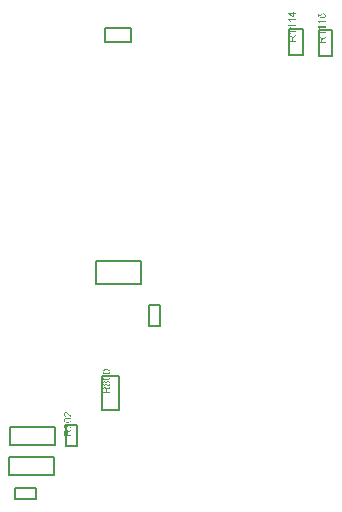
<source format=gbr>
%FSTAX23Y23*%
%MOIN*%
%SFA1B1*%

%IPPOS*%
%ADD140C,0.007874*%
%LNx98_carrier_v1r2_12082022_top_assembly-1*%
%LPD*%
G36*
X00231Y00318D02*
X00231D01*
X00231*
X00231*
X0023Y00318*
X0023Y00318*
X0023Y00319*
X00229Y00319*
X00229Y00319*
X00229*
X00229Y00319*
X00229Y00319*
X00229Y00319*
X00228Y00319*
X00228Y00319*
X00227Y0032*
X00227Y0032*
X00226Y0032*
X00226Y00321*
X00226Y00321*
X00226Y00321*
X00225Y00321*
X00225Y00321*
X00225Y00321*
X00224Y00322*
X00224Y00322*
X00223Y00323*
X00223Y00324*
X00222Y00325*
X00222Y00325*
X00222Y00325*
X00221Y00325*
X00221Y00325*
X00221Y00326*
X00221Y00326*
X0022Y00327*
X0022Y00327*
X00219Y00328*
X00218Y00329*
X00218Y00329*
X00217Y0033*
X00217Y0033*
X00216Y0033*
X00216Y0033*
X00216Y0033*
X00216Y00331*
X00216Y00331*
X00216Y00331*
X00216Y00331*
X00215Y00331*
X00215Y00331*
X00214Y00332*
X00213Y00332*
X00213Y00332*
X00213*
X00213*
X00213*
X00213*
X00212Y00332*
X00212Y00332*
X00212Y00332*
X00211Y00332*
X00211Y00331*
X0021Y00331*
X0021Y00331*
X0021Y0033*
X00209Y0033*
X00209Y0033*
X00209Y0033*
X00209Y00329*
X00209Y00329*
X00208Y00328*
X00208Y00327*
Y00327*
X00208Y00327*
Y00327*
X00208Y00326*
X00208Y00326*
X00209Y00325*
X00209Y00325*
X00209Y00324*
X0021Y00323*
X0021Y00323*
X0021Y00323*
X0021Y00323*
X00211Y00323*
X00211Y00323*
X00212Y00322*
X00213Y00322*
X00213Y00322*
X00213Y00319*
X00213*
X00213Y00319*
X00213*
X00212Y00319*
X00212Y00319*
X00212Y00319*
X00211Y00319*
X00211Y00319*
X0021Y0032*
X0021Y0032*
X00209Y0032*
X00209Y0032*
X00208Y00321*
X00208Y00321*
X00208Y00321*
X00208Y00321*
X00208Y00321*
X00207Y00322*
X00207Y00322*
X00207Y00322*
X00207Y00322*
X00207Y00323*
X00207Y00323*
X00207Y00323*
X00206Y00324*
X00206Y00324*
X00206Y00325*
X00206Y00325*
X00206Y00326*
X00206Y00326*
X00206Y00327*
Y00327*
X00206Y00328*
X00206Y00328*
X00206Y00328*
X00206Y00329*
X00206Y00329*
X00206Y0033*
X00206Y00331*
X00207Y00331*
X00207Y00332*
X00207Y00332*
X00207Y00332*
X00208Y00333*
X00208Y00333*
X00208Y00333*
X00208Y00333*
X00208Y00333*
X00208Y00333*
X00209Y00334*
X00209Y00334*
X00209Y00334*
X00209Y00334*
X0021Y00334*
X00211Y00335*
X00211Y00335*
X00212Y00335*
X00212Y00335*
X00213Y00335*
X00213*
X00213*
X00213Y00335*
X00214Y00335*
X00214Y00335*
X00215Y00335*
X00215Y00335*
X00216Y00334*
X00216Y00334*
X00216Y00334*
X00216Y00334*
X00217Y00334*
X00217Y00334*
X00218Y00333*
X00218Y00333*
X00219Y00332*
X00219*
X00219Y00332*
X00219Y00332*
X00219Y00332*
X00219Y00332*
X00219Y00332*
X0022Y00331*
X0022Y00331*
X0022Y00331*
X00221Y00331*
X00221Y0033*
X00221Y0033*
X00222Y00329*
X00222Y00329*
X00223Y00328*
X00223Y00328*
X00223Y00328*
X00223Y00327*
X00223Y00327*
X00224Y00327*
X00224Y00327*
X00224Y00327*
X00225Y00326*
X00225Y00325*
X00226Y00325*
X00226Y00325*
X00226Y00324*
X00226Y00324*
X00226Y00324*
X00226Y00324*
X00227Y00324*
X00227Y00324*
X00227Y00324*
X00227Y00323*
X00227Y00323*
X00228Y00323*
Y00335*
X00231*
Y00318*
G37*
G36*
X0022Y00316D02*
X0022D01*
X00221Y00316*
X00221Y00316*
X00222Y00315*
X00224Y00315*
X00225Y00315*
X00225Y00315*
X00226Y00315*
X00226*
X00226Y00315*
X00226Y00315*
X00226Y00315*
X00227Y00315*
X00227Y00314*
X00227Y00314*
X00228Y00314*
X00229Y00313*
X00229Y00313*
X0023Y00312*
Y00312*
X0023Y00312*
X0023Y00312*
X0023Y00312*
X0023Y00312*
X0023Y00311*
X00231Y00311*
X00231Y00311*
X00231Y0031*
X00231Y00309*
X00231Y00308*
X00231Y00308*
X00232Y00307*
Y00307*
X00231Y00307*
Y00307*
X00231Y00307*
X00231Y00306*
X00231Y00306*
X00231Y00305*
X00231Y00305*
X00231Y00304*
X00231Y00304*
X0023Y00303*
X0023Y00303*
X0023Y00303*
X00229Y00302*
X00229Y00302*
X00229Y00302*
X00229Y00302*
X00229Y00301*
X00228Y00301*
X00228Y00301*
X00228Y00301*
X00227Y00301*
X00226Y00301*
X00226Y003*
X00225Y003*
X00224Y003*
X00223Y003*
X00222Y00299*
X00221Y00299*
X0022Y00299*
X00219Y00299*
X00219*
X00218*
X00218*
X00218*
X00218Y00299*
X00217Y00299*
X00217*
X00216Y00299*
X00215Y00299*
X00214Y003*
X00213Y003*
X00212Y003*
X00211Y003*
X00211*
X00211Y003*
X00211Y003*
X00211Y003*
X00211Y003*
X00211Y00301*
X0021Y00301*
X00209Y00301*
X00209Y00302*
X00208Y00302*
X00207Y00303*
X00207Y00303*
X00207Y00303*
X00207Y00303*
X00207Y00303*
X00207Y00303*
X00207Y00304*
X00207Y00304*
X00206Y00304*
X00206Y00305*
X00206Y00306*
X00206Y00306*
X00206Y00307*
Y00308*
X00206Y00308*
Y00308*
X00206Y00309*
X00206Y00309*
X00206Y0031*
X00206Y0031*
X00207Y00311*
Y00311*
X00207Y00311*
X00207Y00311*
X00207Y00312*
X00207Y00312*
X00208Y00312*
X00208Y00313*
X00208Y00313*
X00209Y00314*
X00209*
X00209Y00314*
X00209Y00314*
X00209Y00314*
X0021Y00314*
X0021Y00314*
X00211Y00314*
X00211Y00315*
X00212Y00315*
X00213Y00315*
X00213*
X00213Y00315*
X00213Y00315*
X00213Y00315*
X00213Y00315*
X00214Y00315*
X00214Y00315*
X00214Y00315*
X00215Y00315*
X00215Y00315*
X00216Y00316*
X00216Y00316*
X00217Y00316*
X00217Y00316*
X00218Y00316*
X00219*
X00219*
X00219*
X00219*
X00219*
X0022Y00316*
G37*
G36*
X00224Y00296D02*
X00225Y00296D01*
X00225Y00296*
X00225Y00296*
X00226Y00296*
X00226Y00296*
X00227Y00296*
X00227Y00295*
X00228Y00295*
X00228Y00295*
X00228Y00295*
X00229Y00294*
X00229Y00294*
X00229Y00294*
X00229Y00294*
X00229Y00294*
X0023Y00294*
X0023Y00293*
X0023Y00293*
X0023Y00293*
X0023Y00292*
X00231Y00292*
X00231Y00291*
X00231Y00291*
X00231Y0029*
X00231Y0029*
X00231Y00289*
X00231Y00289*
X00232Y00288*
Y00288*
X00231Y00287*
X00231Y00287*
X00231Y00287*
X00231Y00286*
X00231Y00286*
X00231Y00285*
X00231Y00284*
X00231Y00284*
X0023Y00283*
X0023Y00283*
X0023Y00282*
X00229Y00282*
X00229Y00282*
X00229Y00282*
X00229Y00282*
X00229Y00282*
X00229Y00281*
X00228Y00281*
X00228Y00281*
X00228Y00281*
X00227Y00281*
X00227Y0028*
X00227Y0028*
X00226Y0028*
X00226Y0028*
X00225Y0028*
X00224Y0028*
X00224Y0028*
X00224*
X00224*
X00224*
X00223Y0028*
X00223*
X00223Y0028*
X00222Y0028*
X00222Y0028*
X00221Y0028*
X0022Y0028*
X0022Y00281*
X0022*
X0022Y00281*
X00219Y00281*
X00219Y00281*
X00219Y00282*
X00218Y00282*
X00218Y00283*
X00218Y00284*
X00217Y00284*
Y00284*
X00217Y00284*
X00217Y00284*
X00217Y00284*
X00217Y00284*
X00217Y00283*
X00217Y00283*
X00216Y00282*
X00216Y00282*
X00215Y00282*
X00215Y00282*
X00215Y00281*
X00215Y00281*
X00215Y00281*
X00214Y00281*
X00214Y00281*
X00213Y00281*
X00212Y00281*
X00212*
X00212*
X00212*
X00212Y00281*
X00212Y00281*
X00211Y00281*
X00211Y00281*
X0021Y00281*
X0021Y00281*
X00209Y00281*
X00209Y00282*
X00208Y00282*
X00208Y00282*
X00208Y00283*
X00208Y00283*
X00208Y00283*
X00207Y00283*
X00207Y00283*
X00207Y00283*
X00207Y00283*
X00207Y00284*
X00207Y00284*
X00207Y00284*
X00206Y00285*
X00206Y00285*
X00206Y00286*
X00206Y00286*
X00206Y00287*
X00206Y00287*
X00206Y00288*
Y00288*
X00206Y00288*
X00206Y00289*
X00206Y00289*
X00206Y00289*
X00206Y0029*
X00206Y00291*
X00206Y00291*
X00207Y00292*
X00207Y00292*
X00207Y00292*
X00207Y00293*
X00208Y00293*
X00208Y00293*
X00208Y00293*
X00208Y00293*
X00208Y00294*
X00208Y00294*
X00208Y00294*
X00209Y00294*
X00209Y00294*
X0021Y00295*
X0021Y00295*
X00211Y00295*
X00211Y00295*
X00212Y00295*
X00212Y00295*
X00212*
X00212*
X00213*
X00213*
X00213Y00295*
X00213Y00295*
X00214Y00295*
X00214Y00295*
X00215Y00295*
X00215Y00294*
X00215Y00294*
X00216Y00294*
X00216Y00294*
X00216Y00294*
X00216Y00293*
X00217Y00293*
X00217Y00292*
X00217Y00291*
Y00292*
X00217Y00292*
X00217Y00292*
X00218Y00292*
X00218Y00292*
X00218Y00292*
X00218Y00293*
X00218Y00293*
X00219Y00294*
X00219Y00295*
X0022Y00295*
X0022*
X0022Y00295*
X0022Y00295*
X0022Y00295*
X0022Y00295*
X00221Y00295*
X00221Y00296*
X00222Y00296*
X00222Y00296*
X00223Y00296*
X00224Y00296*
X00224*
X00224*
X00224*
X00224Y00296*
G37*
G36*
X00231Y00274D02*
X00226Y0027D01*
X00226*
X00226Y0027*
X00226Y0027*
X00225Y0027*
X00225Y0027*
X00225Y0027*
X00225Y00269*
X00224Y00269*
X00223Y00269*
X00223Y00268*
X00222Y00268*
X00222Y00268*
X00222Y00268*
X00222Y00267*
X00222Y00267*
X00221Y00267*
X00221Y00267*
X00221Y00266*
X00221Y00266*
X00221Y00266*
X00221Y00266*
X00221Y00266*
X0022Y00266*
X0022Y00265*
X0022Y00265*
X0022Y00265*
Y00265*
X0022Y00264*
Y00264*
X0022Y00264*
X0022Y00264*
Y00264*
X0022Y00263*
Y00259*
X00231*
Y00255*
X00206*
Y00267*
X00206Y00268*
Y00268*
X00206Y00268*
X00206Y00269*
X00206Y00269*
X00206Y0027*
X00206Y00271*
X00206Y00271*
X00207Y00272*
Y00272*
X00207Y00272*
X00207Y00272*
X00207Y00272*
X00207Y00272*
X00207Y00273*
X00207Y00273*
X00208Y00274*
X00208Y00274*
X00209Y00275*
X00209*
X00209Y00275*
X00209Y00275*
X00209Y00275*
X0021Y00275*
X0021Y00275*
X00211Y00275*
X00211Y00276*
X00212Y00276*
X00213Y00276*
X00213*
X00213*
X00213*
X00213Y00276*
X00213Y00276*
X00214Y00276*
X00214Y00275*
X00215Y00275*
X00216Y00275*
X00216Y00275*
X00217Y00275*
X00217Y00274*
X00217Y00274*
X00217Y00274*
X00217Y00274*
X00217Y00274*
X00218Y00274*
X00218Y00273*
X00218Y00273*
X00218Y00273*
X00218Y00273*
X00218Y00272*
X00219Y00272*
X00219Y00271*
X00219Y00271*
X00219Y0027*
X00219Y0027*
X0022Y00269*
X0022Y00269*
X0022Y00269*
X0022Y00269*
X0022Y00269*
X0022Y00269*
X0022Y0027*
X00221Y0027*
X00221Y00271*
Y00271*
X00221Y00271*
X00221Y00271*
X00221Y00271*
X00222Y00271*
X00222Y00272*
X00223Y00272*
X00224Y00273*
X00224Y00273*
X00231Y00278*
Y00274*
G37*
G36*
X0107Y01664D02*
X0107Y01664D01*
X01071Y01664*
X01071Y01664*
X01072Y01664*
X01072Y01663*
X01073Y01663*
X01073Y01663*
X01074Y01663*
X01074Y01662*
X01075Y01662*
X01075Y01662*
X01075Y01662*
X01076Y01662*
X01076Y01662*
X01076Y01661*
X01076Y01661*
X01076Y01661*
X01077Y0166*
X01077Y0166*
X01077Y0166*
X01078Y01659*
X01078Y01659*
X01078Y01658*
X01078Y01657*
X01078Y01657*
X01078Y01656*
X01079Y01655*
Y01655*
X01078Y01655*
X01078Y01654*
X01078Y01654*
X01078Y01654*
X01078Y01653*
X01078Y01652*
X01078Y01652*
X01078Y01651*
X01077Y01651*
X01077Y0165*
X01077Y0165*
X01077Y0165*
X01077Y0165*
X01076Y01649*
X01076Y01649*
X01076Y01649*
X01076Y01649*
X01076Y01649*
X01076Y01649*
X01075Y01648*
X01075Y01648*
X01074Y01648*
X01074Y01648*
X01074Y01648*
X01073Y01647*
X01073Y01647*
X01072Y01647*
X01071Y01647*
X01071Y0165*
X01071*
X01071Y0165*
X01071*
X01072Y0165*
X01072Y0165*
X01072Y01651*
X01073Y01651*
X01073Y01651*
X01074Y01651*
X01074Y01652*
X01075Y01652*
X01075Y01652*
X01075Y01652*
X01075Y01652*
X01075Y01653*
X01076Y01653*
X01076Y01654*
X01076Y01654*
X01076Y01655*
Y01655*
X01076Y01656*
X01076Y01656*
X01076Y01656*
X01076Y01656*
X01076Y01657*
X01075Y01658*
X01075Y01658*
X01075Y01658*
X01075Y01659*
X01074Y01659*
X01074Y01659*
X01074Y01659*
X01074Y01659*
X01074Y01659*
X01074Y01659*
X01074Y01659*
X01073Y0166*
X01073Y0166*
X01072Y0166*
X01072Y0166*
X01071Y0166*
X0107Y0166*
X0107*
X0107*
X0107*
X0107*
X01069Y0166*
X01069*
X01069Y0166*
X01068Y0166*
X01068Y0166*
X01067Y0166*
X01066Y0166*
X01066Y01659*
X01066Y01659*
X01066*
X01066Y01659*
X01065Y01659*
X01065Y01659*
X01065Y01658*
X01065Y01658*
X01065Y01657*
X01064Y01657*
X01064Y01656*
X01064Y01656*
Y01655*
X01064Y01655*
X01064Y01654*
X01064Y01654*
X01064Y01653*
X01065Y01653*
X01065Y01652*
X01065Y01652*
X01065Y01652*
X01065Y01652*
X01065Y01652*
X01066Y01651*
X01066Y01651*
X01066Y01651*
X01067Y01651*
X01066Y01648*
X01053Y0165*
Y01663*
X01056*
Y01653*
X01063Y01651*
X01063Y01651*
X01063Y01651*
X01063Y01651*
X01063Y01652*
X01063Y01652*
X01062Y01652*
X01062Y01652*
X01062Y01653*
X01062Y01653*
X01062Y01654*
X01061Y01655*
X01061Y01655*
X01061Y01656*
Y01656*
X01061Y01656*
X01061Y01657*
X01061Y01657*
X01062Y01657*
X01062Y01658*
X01062Y01658*
X01062Y01659*
X01062Y01659*
X01062Y0166*
X01063Y0166*
X01063Y01661*
X01063Y01661*
X01064Y01661*
X01064Y01662*
X01064Y01662*
X01064Y01662*
X01064Y01662*
X01064Y01662*
X01065Y01662*
X01065Y01662*
X01065Y01663*
X01066Y01663*
X01066Y01663*
X01067Y01663*
X01067Y01663*
X01068Y01664*
X01068Y01664*
X01069Y01664*
X0107Y01664*
X0107*
X0107*
X0107*
X0107Y01664*
G37*
G36*
X01078Y01636D02*
X01058D01*
X01058Y01636*
X01059Y01636*
X01059Y01636*
X01059Y01635*
X01059Y01635*
X0106Y01634*
X0106Y01634*
X0106Y01633*
Y01633*
X01061Y01633*
X01061Y01633*
X01061Y01633*
X01061Y01632*
X01061Y01632*
X01061Y01632*
X01062Y01631*
X01062Y0163*
X01062Y0163*
X01059*
Y0163*
X01059Y0163*
X01059Y0163*
X01059Y0163*
X01059Y01631*
X01059Y01631*
X01058Y01631*
X01058Y01632*
X01057Y01633*
X01057Y01634*
X01056Y01634*
X01056Y01634*
X01056Y01634*
X01056Y01635*
X01056Y01635*
X01056Y01635*
X01055Y01635*
X01055Y01636*
X01054Y01636*
X01053Y01637*
X01053Y01637*
Y01639*
X01078*
Y01636*
G37*
G36*
Y01616D02*
X01058D01*
X01058Y01616*
X01059Y01616*
X01059Y01616*
X01059Y01616*
X01059Y01615*
X0106Y01615*
X0106Y01614*
X0106Y01614*
Y01613*
X01061Y01613*
X01061Y01613*
X01061Y01613*
X01061Y01613*
X01061Y01612*
X01061Y01612*
X01062Y01611*
X01062Y01611*
X01062Y0161*
X01059*
Y0161*
X01059Y0161*
X01059Y01611*
X01059Y01611*
X01059Y01611*
X01059Y01611*
X01058Y01612*
X01058Y01613*
X01057Y01613*
X01057Y01614*
X01056Y01615*
X01056Y01615*
X01056Y01615*
X01056Y01615*
X01056Y01615*
X01056Y01615*
X01055Y01616*
X01055Y01616*
X01054Y01617*
X01053Y01617*
X01053Y01618*
Y0162*
X01078*
Y01616*
G37*
G36*
Y01597D02*
X01058D01*
X01058Y01597*
X01059Y01597*
X01059Y01596*
X01059Y01596*
X01059Y01596*
X0106Y01595*
X0106Y01595*
X0106Y01594*
Y01594*
X01061Y01594*
X01061Y01594*
X01061Y01594*
X01061Y01593*
X01061Y01593*
X01061Y01592*
X01062Y01592*
X01062Y01591*
X01062Y01591*
X01059*
Y01591*
X01059Y01591*
X01059Y01591*
X01059Y01591*
X01059Y01591*
X01059Y01592*
X01058Y01592*
X01058Y01593*
X01057Y01594*
X01057Y01594*
X01056Y01595*
X01056Y01595*
X01056Y01595*
X01056Y01595*
X01056Y01596*
X01056Y01596*
X01055Y01596*
X01055Y01597*
X01054Y01597*
X01053Y01598*
X01053Y01598*
Y016*
X01078*
Y01597*
G37*
G36*
Y01582D02*
X01073Y01579D01*
X01073*
X01073Y01579*
X01073Y01579*
X01072Y01579*
X01072Y01578*
X01072Y01578*
X01072Y01578*
X01071Y01578*
X0107Y01577*
X0107Y01577*
X01069Y01576*
X01069Y01576*
X01069Y01576*
X01069Y01576*
X01069Y01576*
X01068Y01576*
X01068Y01575*
X01068Y01575*
X01068Y01575*
X01068Y01575*
X01068Y01575*
X01068Y01574*
X01067Y01574*
X01067Y01574*
X01067Y01574*
X01067Y01573*
Y01573*
X01067Y01573*
Y01573*
X01067Y01573*
X01067Y01573*
Y01572*
X01067Y01572*
Y01568*
X01078*
Y01564*
X01053*
Y01576*
X01053Y01576*
Y01576*
X01053Y01577*
X01053Y01577*
X01053Y01578*
X01053Y01579*
X01053Y0158*
X01053Y0158*
X01054Y0158*
Y0158*
X01054Y01581*
X01054Y01581*
X01054Y01581*
X01054Y01581*
X01054Y01581*
X01054Y01582*
X01055Y01582*
X01055Y01583*
X01056Y01583*
X01056*
X01056Y01583*
X01056Y01583*
X01056Y01583*
X01057Y01584*
X01057Y01584*
X01058Y01584*
X01058Y01584*
X01059Y01584*
X0106Y01584*
X0106*
X0106*
X0106*
X0106Y01584*
X0106Y01584*
X01061Y01584*
X01061Y01584*
X01062Y01584*
X01063Y01584*
X01063Y01583*
X01064Y01583*
X01064Y01583*
X01064Y01583*
X01064Y01583*
X01064Y01583*
X01064Y01582*
X01065Y01582*
X01065Y01582*
X01065Y01582*
X01065Y01582*
X01065Y01581*
X01065Y01581*
X01066Y01581*
X01066Y0158*
X01066Y0158*
X01066Y01579*
X01066Y01578*
X01067Y01578*
X01067Y01577*
X01067Y01577*
X01067Y01577*
X01067Y01578*
X01067Y01578*
X01067Y01579*
X01068Y01579*
X01068Y01579*
Y01579*
X01068Y01579*
X01068Y01579*
X01068Y0158*
X01069Y0158*
X01069Y01581*
X0107Y01581*
X01071Y01582*
X01071Y01582*
X01078Y01586*
Y01582*
G37*
G36*
X00973Y01665D02*
X0098D01*
Y01662*
X00973*
Y01651*
X00971*
X00954Y01662*
Y01665*
X00971*
Y01668*
X00973*
Y01665*
G37*
G36*
X0098Y01641D02*
X0096D01*
X0096Y01641*
X0096Y01641*
X0096Y0164*
X0096Y0164*
X00961Y0164*
X00961Y01639*
X00962Y01638*
X00962Y01638*
Y01638*
X00962Y01638*
X00962Y01638*
X00962Y01637*
X00962Y01637*
X00963Y01637*
X00963Y01636*
X00963Y01636*
X00963Y01635*
X00964Y01635*
X00961*
Y01635*
X0096Y01635*
X0096Y01635*
X0096Y01635*
X0096Y01635*
X0096Y01635*
X0096Y01636*
X00959Y01637*
X00959Y01638*
X00958Y01638*
X00958Y01639*
X00958Y01639*
X00957Y01639*
X00957Y01639*
X00957Y01639*
X00957Y0164*
X00956Y0164*
X00956Y01641*
X00955Y01641*
X00955Y01641*
X00954Y01642*
Y01644*
X0098*
Y01641*
G37*
G36*
Y01621D02*
X0096D01*
X0096Y01621*
X0096Y01621*
X0096Y01621*
X0096Y0162*
X00961Y0162*
X00961Y01619*
X00962Y01619*
X00962Y01618*
Y01618*
X00962Y01618*
X00962Y01618*
X00962Y01618*
X00962Y01618*
X00963Y01617*
X00963Y01617*
X00963Y01616*
X00963Y01616*
X00964Y01615*
X00961*
Y01615*
X0096Y01615*
X0096Y01615*
X0096Y01615*
X0096Y01616*
X0096Y01616*
X0096Y01616*
X00959Y01617*
X00959Y01618*
X00958Y01619*
X00958Y01619*
X00958Y0162*
X00957Y0162*
X00957Y0162*
X00957Y0162*
X00957Y0162*
X00956Y01621*
X00956Y01621*
X00955Y01621*
X00955Y01622*
X00954Y01622*
Y01624*
X0098*
Y01621*
G37*
G36*
Y01602D02*
X0096D01*
X0096Y01602*
X0096Y01601*
X0096Y01601*
X0096Y01601*
X00961Y016*
X00961Y016*
X00962Y01599*
X00962Y01599*
Y01599*
X00962Y01599*
X00962Y01598*
X00962Y01598*
X00962Y01598*
X00963Y01598*
X00963Y01597*
X00963Y01596*
X00963Y01596*
X00964Y01595*
X00961*
Y01595*
X0096Y01596*
X0096Y01596*
X0096Y01596*
X0096Y01596*
X0096Y01596*
X0096Y01597*
X00959Y01598*
X00959Y01598*
X00958Y01599*
X00958Y016*
X00958Y016*
X00957Y016*
X00957Y016*
X00957Y016*
X00957Y01601*
X00956Y01601*
X00956Y01601*
X00955Y01602*
X00955Y01602*
X00954Y01603*
Y01605*
X0098*
Y01602*
G37*
G36*
Y01587D02*
X00974Y01584D01*
X00974*
X00974Y01583*
X00974Y01583*
X00974Y01583*
X00974Y01583*
X00973Y01583*
X00973Y01583*
X00972Y01582*
X00972Y01582*
X00971Y01581*
X00971Y01581*
X00971Y01581*
X00971Y01581*
X0097Y01581*
X0097Y01581*
X0097Y0158*
X0097Y0158*
X00969Y0158*
X00969Y01579*
X00969Y01579*
X00969Y01579*
X00969Y01579*
X00969Y01579*
X00969Y01579*
X00969Y01578*
X00968Y01578*
Y01578*
X00968Y01578*
Y01578*
X00968Y01577*
X00968Y01577*
Y01577*
X00968Y01577*
Y01572*
X0098*
Y01569*
X00954*
Y01581*
X00954Y01581*
Y01581*
X00954Y01582*
X00954Y01582*
X00954Y01583*
X00955Y01584*
X00955Y01584*
X00955Y01585*
X00955Y01585*
Y01585*
X00955Y01585*
X00955Y01585*
X00955Y01585*
X00955Y01586*
X00956Y01586*
X00956Y01587*
X00956Y01587*
X00957Y01588*
X00957Y01588*
X00957*
X00957Y01588*
X00958Y01588*
X00958Y01588*
X00958Y01588*
X00959Y01588*
X00959Y01589*
X0096Y01589*
X0096Y01589*
X00961Y01589*
X00961*
X00961*
X00961*
X00962Y01589*
X00962Y01589*
X00962Y01589*
X00963Y01589*
X00963Y01589*
X00964Y01588*
X00965Y01588*
X00965Y01588*
X00965Y01588*
X00966Y01587*
X00966Y01587*
X00966Y01587*
X00966Y01587*
X00966Y01587*
X00966Y01587*
X00966Y01587*
X00967Y01586*
X00967Y01586*
X00967Y01586*
X00967Y01585*
X00967Y01585*
X00967Y01584*
X00968Y01584*
X00968Y01583*
X00968Y01583*
X00968Y01582*
X00968Y01582*
X00968Y01582*
X00968Y01582*
X00968Y01583*
X00969Y01583*
X00969Y01584*
X00969Y01584*
Y01584*
X00969Y01584*
X0097Y01584*
X0097Y01584*
X0097Y01585*
X00971Y01585*
X00971Y01586*
X00972Y01586*
X00973Y01587*
X0098Y01591*
Y01587*
G37*
G36*
X00349Y00477D02*
X00349D01*
X00349Y00477*
X0035Y00477*
X00351Y00477*
X00352Y00477*
X00353Y00477*
X00354Y00477*
X00355Y00476*
X00355*
X00355Y00476*
X00355Y00476*
X00355Y00476*
X00355Y00476*
X00356Y00476*
X00356Y00476*
X00357Y00475*
X00357Y00475*
X00358Y00474*
X00359Y00474*
Y00474*
X00359Y00474*
X00359Y00473*
X00359Y00473*
X00359Y00473*
X00359Y00473*
X00359Y00473*
X00359Y00472*
X0036Y00472*
X0036Y00471*
X0036Y0047*
X0036Y0047*
X0036Y00469*
Y00469*
X0036Y00469*
Y00468*
X0036Y00468*
X0036Y00468*
X0036Y00467*
X0036Y00467*
X0036Y00467*
X0036Y00466*
X00359Y00466*
X00359Y00465*
X00359Y00465*
X00359Y00464*
X00358Y00464*
X00358Y00463*
X00358Y00463*
X00357Y00463*
X00357Y00463*
X00357Y00463*
X00357Y00463*
X00356Y00463*
X00356Y00462*
X00355Y00462*
X00355Y00462*
X00354Y00462*
X00353Y00461*
X00352Y00461*
X00351Y00461*
X0035Y00461*
X00349Y00461*
X00347Y00461*
X00347*
X00347*
X00347*
X00347*
X00346Y00461*
X00346Y00461*
X00345*
X00345Y00461*
X00344Y00461*
X00342Y00461*
X00341Y00461*
X00341Y00462*
X0034Y00462*
X0034*
X0034Y00462*
X0034Y00462*
X0034Y00462*
X0034Y00462*
X00339Y00462*
X00339Y00462*
X00338Y00463*
X00337Y00463*
X00337Y00464*
X00336Y00464*
X00336Y00465*
X00336Y00465*
X00336Y00465*
X00336Y00465*
X00336Y00465*
X00336Y00465*
X00335Y00465*
X00335Y00466*
X00335Y00466*
X00335Y00467*
X00335Y00468*
X00335Y00469*
Y00469*
X00335Y0047*
Y0047*
X00335Y0047*
X00335Y00471*
X00335Y00471*
X00335Y00472*
X00335Y00473*
Y00473*
X00335Y00473*
X00335Y00473*
X00336Y00473*
X00336Y00473*
X00336Y00474*
X00337Y00474*
X00337Y00475*
X00338Y00475*
X00338*
X00338Y00475*
X00338Y00475*
X00338Y00475*
X00338Y00475*
X00339Y00476*
X00339Y00476*
X0034Y00476*
X00341Y00476*
X00341Y00477*
X00341*
X00342Y00477*
X00342Y00477*
X00342Y00477*
X00342Y00477*
X00342Y00477*
X00343Y00477*
X00343Y00477*
X00343Y00477*
X00344Y00477*
X00344Y00477*
X00345Y00477*
X00345Y00477*
X00346Y00477*
X00347Y00477*
X00347*
X00347*
X00348*
X00348*
X00348*
X00349Y00477*
G37*
G36*
Y00458D02*
X00349D01*
X00349Y00458*
X0035Y00458*
X00351Y00457*
X00352Y00457*
X00353Y00457*
X00354Y00457*
X00355Y00457*
X00355*
X00355Y00457*
X00355Y00457*
X00355Y00457*
X00355Y00457*
X00356Y00456*
X00356Y00456*
X00357Y00456*
X00357Y00455*
X00358Y00455*
X00359Y00454*
Y00454*
X00359Y00454*
X00359Y00454*
X00359Y00454*
X00359Y00454*
X00359Y00453*
X00359Y00453*
X00359Y00453*
X0036Y00452*
X0036Y00451*
X0036Y0045*
X0036Y0045*
X0036Y00449*
Y00449*
X0036Y00449*
Y00449*
X0036Y00449*
X0036Y00448*
X0036Y00448*
X0036Y00447*
X0036Y00447*
X0036Y00446*
X00359Y00446*
X00359Y00445*
X00359Y00445*
X00359Y00445*
X00358Y00444*
X00358Y00444*
X00358Y00444*
X00357Y00444*
X00357Y00443*
X00357Y00443*
X00357Y00443*
X00356Y00443*
X00356Y00443*
X00355Y00443*
X00355Y00442*
X00354Y00442*
X00353Y00442*
X00352Y00442*
X00351Y00441*
X0035Y00441*
X00349Y00441*
X00347Y00441*
X00347*
X00347*
X00347*
X00347*
X00346Y00441*
X00346Y00441*
X00345*
X00345Y00441*
X00344Y00441*
X00342Y00442*
X00341Y00442*
X00341Y00442*
X0034Y00442*
X0034*
X0034Y00442*
X0034Y00442*
X0034Y00442*
X0034Y00442*
X00339Y00443*
X00339Y00443*
X00338Y00443*
X00337Y00444*
X00337Y00444*
X00336Y00445*
X00336Y00445*
X00336Y00445*
X00336Y00445*
X00336Y00445*
X00336Y00445*
X00336Y00446*
X00335Y00446*
X00335Y00446*
X00335Y00447*
X00335Y00448*
X00335Y00448*
X00335Y00449*
Y0045*
X00335Y0045*
Y0045*
X00335Y00451*
X00335Y00451*
X00335Y00452*
X00335Y00452*
X00335Y00453*
Y00453*
X00335Y00453*
X00335Y00453*
X00336Y00454*
X00336Y00454*
X00336Y00454*
X00337Y00455*
X00337Y00455*
X00338Y00456*
X00338*
X00338Y00456*
X00338Y00456*
X00338Y00456*
X00338Y00456*
X00339Y00456*
X00339Y00456*
X0034Y00457*
X00341Y00457*
X00341Y00457*
X00341*
X00342Y00457*
X00342Y00457*
X00342Y00457*
X00342Y00457*
X00342Y00457*
X00343Y00457*
X00343Y00457*
X00343Y00457*
X00344Y00457*
X00344Y00458*
X00345Y00458*
X00345Y00458*
X00346Y00458*
X00347Y00458*
X00347*
X00347*
X00348*
X00348*
X00348*
X00349Y00458*
G37*
G36*
X00353Y00438D02*
X00353Y00438D01*
X00354Y00438*
X00354Y00438*
X00355Y00438*
X00355Y00438*
X00355Y00438*
X00356Y00437*
X00356Y00437*
X00357Y00437*
X00357Y00437*
X00358Y00436*
X00358Y00436*
X00358Y00436*
X00358Y00436*
X00358Y00436*
X00358Y00436*
X00359Y00435*
X00359Y00435*
X00359Y00435*
X00359Y00434*
X00359Y00434*
X0036Y00433*
X0036Y00433*
X0036Y00432*
X0036Y00432*
X0036Y00431*
X0036Y00431*
X0036Y0043*
Y0043*
X0036Y00429*
X0036Y00429*
X0036Y00429*
X0036Y00428*
X0036Y00428*
X0036Y00427*
X0036Y00426*
X00359Y00426*
X00359Y00425*
X00359Y00425*
X00358Y00424*
X00358Y00424*
X00358Y00424*
X00358Y00424*
X00358Y00424*
X00358Y00424*
X00357Y00423*
X00357Y00423*
X00357Y00423*
X00357Y00423*
X00356Y00423*
X00356Y00422*
X00355Y00422*
X00355Y00422*
X00354Y00422*
X00354Y00422*
X00353Y00422*
X00353Y00422*
X00353*
X00352*
X00352*
X00352Y00422*
X00352*
X00352Y00422*
X00351Y00422*
X0035Y00422*
X0035Y00422*
X00349Y00422*
X00348Y00423*
X00348*
X00348Y00423*
X00348Y00423*
X00348Y00423*
X00348Y00424*
X00347Y00424*
X00347Y00425*
X00346Y00426*
X00346Y00426*
Y00426*
X00346Y00426*
X00346Y00426*
X00346Y00426*
X00346Y00426*
X00346Y00425*
X00345Y00425*
X00345Y00424*
X00345Y00424*
X00344Y00424*
X00344Y00424*
X00344Y00423*
X00344Y00423*
X00343Y00423*
X00343Y00423*
X00342Y00423*
X00342Y00423*
X00341Y00423*
X00341*
X00341*
X00341*
X00341Y00423*
X0034Y00423*
X0034Y00423*
X00339Y00423*
X00339Y00423*
X00338Y00423*
X00338Y00423*
X00338Y00424*
X00337Y00424*
X00337Y00424*
X00336Y00425*
X00336Y00425*
X00336Y00425*
X00336Y00425*
X00336Y00425*
X00336Y00425*
X00336Y00425*
X00336Y00426*
X00335Y00426*
X00335Y00426*
X00335Y00427*
X00335Y00427*
X00335Y00428*
X00335Y00428*
X00335Y00429*
X00335Y00429*
X00335Y0043*
Y0043*
X00335Y0043*
X00335Y00431*
X00335Y00431*
X00335Y00431*
X00335Y00432*
X00335Y00433*
X00335Y00433*
X00335Y00434*
X00336Y00434*
X00336Y00434*
X00336Y00435*
X00336Y00435*
X00336Y00435*
X00337Y00435*
X00337Y00435*
X00337Y00436*
X00337Y00436*
X00337Y00436*
X00337Y00436*
X00338Y00436*
X00338Y00437*
X00339Y00437*
X0034Y00437*
X0034Y00437*
X00341Y00437*
X00341Y00437*
X00341*
X00341*
X00341*
X00341*
X00342Y00437*
X00342Y00437*
X00343Y00437*
X00343Y00437*
X00344Y00437*
X00344Y00436*
X00344Y00436*
X00344Y00436*
X00345Y00436*
X00345Y00436*
X00345Y00435*
X00346Y00435*
X00346Y00434*
X00346Y00433*
Y00434*
X00346Y00434*
X00346Y00434*
X00346Y00434*
X00346Y00434*
X00347Y00434*
X00347Y00435*
X00347Y00435*
X00348Y00436*
X00348Y00437*
X00349Y00437*
X00349*
X00349Y00437*
X00349Y00437*
X00349Y00437*
X00349Y00437*
X00349Y00437*
X0035Y00438*
X0035Y00438*
X00351Y00438*
X00352Y00438*
X00353Y00438*
X00353*
X00353*
X00353*
X00353Y00438*
G37*
G36*
X0036Y00416D02*
X00355Y00412D01*
X00355*
X00355Y00412*
X00354Y00412*
X00354Y00412*
X00354Y00412*
X00354Y00412*
X00353Y00411*
X00353Y00411*
X00352Y00411*
X00352Y0041*
X00351Y0041*
X00351Y0041*
X00351Y0041*
X00351Y00409*
X00351Y00409*
X0035Y00409*
X0035Y00409*
X0035Y00408*
X00349Y00408*
X00349Y00408*
X00349Y00408*
X00349Y00408*
X00349Y00408*
X00349Y00407*
X00349Y00407*
X00349Y00407*
Y00407*
X00349Y00406*
Y00406*
X00349Y00406*
X00349Y00406*
Y00406*
X00349Y00405*
Y00401*
X0036*
Y00397*
X00335*
Y00409*
X00335Y0041*
Y0041*
X00335Y0041*
X00335Y00411*
X00335Y00411*
X00335Y00412*
X00335Y00413*
X00335Y00413*
X00335Y00414*
Y00414*
X00335Y00414*
X00335Y00414*
X00335Y00414*
X00336Y00414*
X00336Y00415*
X00336Y00415*
X00337Y00416*
X00337Y00416*
X00338Y00417*
X00338*
X00338Y00417*
X00338Y00417*
X00338Y00417*
X00338Y00417*
X00339Y00417*
X00339Y00417*
X0034Y00418*
X00341Y00418*
X00342Y00418*
X00342*
X00342*
X00342*
X00342Y00418*
X00342Y00418*
X00342Y00418*
X00343Y00417*
X00344Y00417*
X00345Y00417*
X00345Y00417*
X00345Y00417*
X00346Y00416*
X00346Y00416*
X00346Y00416*
X00346Y00416*
X00346Y00416*
X00346Y00416*
X00346Y00415*
X00347Y00415*
X00347Y00415*
X00347Y00415*
X00347Y00414*
X00347Y00414*
X00348Y00413*
X00348Y00413*
X00348Y00412*
X00348Y00412*
X00348Y00411*
X00348Y00411*
X00348Y00411*
X00348Y00411*
X00349Y00411*
X00349Y00411*
X00349Y00412*
X00349Y00412*
X0035Y00413*
Y00413*
X0035Y00413*
X0035Y00413*
X0035Y00413*
X00351Y00413*
X00351Y00414*
X00352Y00414*
X00352Y00415*
X00353Y00415*
X0036Y0042*
Y00416*
G37*
%LNx98_carrier_v1r2_12082022_top_assembly-2*%
%LPC*%
G36*
X0022Y00313D02*
X00219D01*
X00219*
X00219*
X00218*
X00218*
X00218Y00312*
X00217*
X00217Y00312*
X00216Y00312*
X00215Y00312*
X00214Y00312*
X00213Y00312*
X00213Y00312*
X00212Y00312*
X00211Y00312*
X00211Y00311*
X0021Y00311*
X0021*
X0021Y00311*
X0021Y00311*
X0021Y00311*
X0021Y0031*
X00209Y0031*
X00209Y0031*
X00209Y00309*
X00209Y00309*
X00208Y00308*
X00208Y00308*
X00208Y00307*
Y00307*
X00208Y00307*
X00208Y00307*
X00209Y00306*
X00209Y00306*
X00209Y00305*
X00209Y00305*
X0021Y00305*
X0021Y00304*
X0021Y00304*
X0021Y00304*
X0021Y00304*
X0021Y00304*
X00211Y00304*
X00211Y00304*
X00211Y00304*
X00212Y00303*
X00212Y00303*
X00213Y00303*
X00213Y00303*
X00214Y00303*
X00215Y00303*
X00216Y00303*
X00217Y00303*
X00218Y00302*
X00219Y00302*
X00219*
X00219*
X00219*
X00219*
X0022Y00302*
X0022*
X00221Y00303*
X00221Y00303*
X00222Y00303*
X00223Y00303*
X00224Y00303*
X00225Y00303*
X00225Y00303*
X00226Y00303*
X00226Y00304*
X00227Y00304*
X00227Y00304*
X00227Y00304*
X00227Y00304*
X00227Y00304*
X00228Y00304*
X00228Y00305*
X00228Y00305*
X00229Y00306*
X00229Y00306*
X00229Y00307*
X00229Y00307*
X00229Y00307*
Y00308*
X00229Y00308*
X00229Y00308*
X00229Y00308*
X00229Y00309*
X00228Y00309*
X00228Y0031*
X00228Y0031*
X00228Y0031*
X00228Y0031*
X00227Y00311*
X00227Y00311*
X00227Y00311*
X00227Y00311*
X00227Y00311*
X00226Y00311*
X00226Y00311*
X00226Y00311*
X00226Y00312*
X00225Y00312*
X00225Y00312*
X00224Y00312*
X00223Y00312*
X00223Y00312*
X00222Y00312*
X00221Y00312*
X0022Y00313*
G37*
G36*
X00212Y00292D02*
X00212D01*
X00212*
X00212*
X00212Y00292*
X00212Y00292*
X00211Y00292*
X00211Y00292*
X0021Y00292*
X0021Y00291*
X00209Y00291*
X00209Y00291*
X00209Y00291*
X00209Y0029*
X00209Y0029*
X00209Y0029*
X00209Y00289*
X00208Y00289*
X00208Y00288*
Y00288*
X00208Y00288*
X00208Y00287*
X00208Y00287*
X00209Y00286*
X00209Y00286*
X00209Y00285*
X00209Y00285*
X0021Y00285*
X0021Y00285*
X0021Y00285*
X0021Y00284*
X00211Y00284*
X00211Y00284*
X00212Y00284*
X00212Y00284*
X00212*
X00212*
X00212*
X00212Y00284*
X00213Y00284*
X00213Y00284*
X00214Y00284*
X00214Y00284*
X00215Y00285*
X00215Y00285*
X00215Y00285*
X00215Y00285*
X00215Y00285*
X00216Y00286*
X00216Y00286*
X00216Y00287*
X00216Y00287*
X00216Y00288*
Y00288*
X00216Y00288*
X00216Y00289*
X00216Y00289*
X00216Y00289*
X00216Y0029*
X00215Y0029*
X00215Y00291*
X00215Y00291*
X00215Y00291*
X00215Y00291*
X00214Y00291*
X00214Y00292*
X00213Y00292*
X00213Y00292*
X00212Y00292*
G37*
G36*
X00224Y00293D02*
X00224D01*
X00224*
X00224*
X00224*
X00224Y00293*
X00223*
X00223Y00293*
X00223Y00293*
X00222Y00293*
X00221Y00292*
X00221Y00292*
X0022Y00292*
X0022Y00292*
X0022*
X0022Y00292*
X0022Y00291*
X0022Y00291*
X00219Y00291*
X00219Y0029*
X00219Y00289*
X00219Y00289*
X00219Y00288*
Y00288*
X00219Y00287*
Y00287*
X00219Y00287*
X00219Y00287*
X00219Y00286*
X00219Y00285*
X0022Y00285*
X0022Y00284*
X0022Y00284*
X0022Y00284*
X0022Y00284*
X00221Y00284*
X00221Y00284*
X00222Y00283*
X00222Y00283*
X00223Y00283*
X00223Y00283*
X00224Y00283*
X00224*
X00224*
X00224Y00283*
X00225Y00283*
X00225Y00283*
X00225Y00283*
X00226Y00283*
X00226Y00283*
X00226Y00283*
X00227Y00284*
X00227Y00284*
X00227Y00284*
X00227Y00284*
X00228Y00284*
X00228Y00285*
X00228Y00285*
X00228Y00285*
X00228Y00286*
X00228Y00286*
X00229Y00286*
X00229Y00286*
X00229Y00287*
X00229Y00287*
X00229Y00288*
Y00288*
X00229Y00288*
Y00288*
X00229Y00289*
X00229Y00289*
X00229Y0029*
X00228Y0029*
X00228Y00291*
X00228Y00291*
X00228Y00292*
X00227Y00292*
X00227Y00292*
X00227Y00292*
X00227Y00292*
X00227Y00292*
X00226Y00293*
X00225Y00293*
X00225Y00293*
X00224Y00293*
G37*
G36*
X00213Y00272D02*
X00213D01*
X00213*
X00213*
X00212Y00272*
X00212Y00272*
X00212Y00272*
X00211Y00272*
X00211Y00272*
X0021Y00271*
X0021Y00271*
X0021Y00271*
X0021Y00271*
X00209Y0027*
X00209Y0027*
X00209Y0027*
X00209Y00269*
X00209Y00269*
X00209Y00269*
X00209Y00268*
X00209Y00268*
X00209Y00267*
Y00259*
X00217*
Y00267*
X00217Y00267*
X00217Y00267*
X00217Y00268*
X00217Y00268*
X00217Y00269*
X00217Y0027*
X00217Y0027*
X00216Y0027*
X00216Y0027*
X00216Y0027*
X00216Y00271*
X00216Y00271*
X00215Y00271*
X00215Y00272*
X00215Y00272*
X00215Y00272*
X00215Y00272*
X00214Y00272*
X00214Y00272*
X00214Y00272*
X00213Y00272*
X00213Y00272*
G37*
G36*
X0106Y01581D02*
X0106D01*
X0106*
X0106*
X01059Y01581*
X01059Y01581*
X01059Y01581*
X01058Y01581*
X01058Y0158*
X01057Y0158*
X01057Y0158*
X01057Y0158*
X01057Y01579*
X01056Y01579*
X01056Y01579*
X01056Y01578*
X01056Y01578*
X01056Y01578*
X01056Y01577*
X01056Y01577*
X01056Y01576*
X01056Y01576*
Y01568*
X01064*
Y01575*
X01064Y01575*
X01064Y01576*
X01064Y01577*
X01064Y01577*
X01064Y01578*
X01064Y01578*
X01064Y01578*
X01063Y01578*
X01063Y01579*
X01063Y01579*
X01063Y01579*
X01063Y0158*
X01062Y0158*
X01062Y0158*
X01062Y0158*
X01062Y0158*
X01062Y0158*
X01061Y01581*
X01061Y01581*
X01061Y01581*
X0106Y01581*
X0106Y01581*
G37*
G36*
X00971Y01662D02*
X00959D01*
X00971Y01654*
Y01662*
G37*
G36*
X00961Y01586D02*
X00961D01*
X00961*
X00961*
X00961Y01586*
X00961Y01585*
X0096Y01585*
X0096Y01585*
X00959Y01585*
X00959Y01585*
X00958Y01584*
X00958Y01584*
X00958Y01584*
X00958Y01584*
X00958Y01583*
X00958Y01583*
X00957Y01583*
X00957Y01582*
X00957Y01582*
X00957Y01582*
X00957Y01581*
X00957Y01581*
Y01572*
X00965*
Y0158*
X00965Y0158*
X00965Y01581*
X00965Y01581*
X00965Y01582*
X00965Y01582*
X00965Y01583*
X00965Y01583*
X00965Y01583*
X00965Y01583*
X00965Y01584*
X00964Y01584*
X00964Y01584*
X00964Y01585*
X00963Y01585*
X00963Y01585*
X00963Y01585*
X00963Y01585*
X00963Y01585*
X00962Y01585*
X00962Y01585*
X00962Y01586*
X00961Y01586*
G37*
G36*
X00349Y00474D02*
X00347D01*
X00347*
X00347*
X00347*
X00347*
X00346Y00474*
X00346*
X00345Y00474*
X00345Y00474*
X00344Y00474*
X00343Y00474*
X00342Y00474*
X00341Y00473*
X00341Y00473*
X0034Y00473*
X0034Y00473*
X00339Y00473*
X00339*
X00339Y00473*
X00339Y00472*
X00339Y00472*
X00338Y00472*
X00338Y00472*
X00338Y00471*
X00337Y0047*
X00337Y0047*
X00337Y0047*
X00337Y00469*
X00337Y00469*
Y00469*
X00337Y00469*
X00337Y00468*
X00337Y00468*
X00338Y00467*
X00338Y00467*
X00338Y00466*
X00338Y00466*
X00339Y00466*
X00339Y00466*
X00339Y00466*
X00339Y00466*
X00339Y00465*
X00339Y00465*
X0034Y00465*
X0034Y00465*
X0034Y00465*
X00341Y00465*
X00341Y00465*
X00342Y00465*
X00343Y00464*
X00343Y00464*
X00344Y00464*
X00345Y00464*
X00346Y00464*
X00347Y00464*
X00347*
X00347*
X00348*
X00348*
X00348Y00464*
X00349*
X00349Y00464*
X0035Y00464*
X00351Y00464*
X00352Y00464*
X00353Y00464*
X00353Y00465*
X00354Y00465*
X00355Y00465*
X00355Y00465*
X00356Y00465*
X00356Y00465*
X00356Y00466*
X00356Y00466*
X00356Y00466*
X00356Y00466*
X00357Y00466*
X00357Y00467*
X00357Y00468*
X00357Y00468*
X00358Y00468*
X00358Y00469*
X00358Y00469*
Y00469*
X00358Y00469*
X00358Y0047*
X00358Y0047*
X00357Y0047*
X00357Y00471*
X00357Y00471*
X00357Y00471*
X00357Y00472*
X00356Y00472*
X00356Y00472*
X00356Y00473*
X00356Y00473*
X00356Y00473*
X00355Y00473*
X00355Y00473*
X00355Y00473*
X00355Y00473*
X00354Y00473*
X00354Y00473*
X00353Y00473*
X00353Y00474*
X00352Y00474*
X00351Y00474*
X0035Y00474*
X0035Y00474*
X00349Y00474*
G37*
G36*
Y00455D02*
X00347D01*
X00347*
X00347*
X00347*
X00347*
X00346Y00454*
X00346*
X00345Y00454*
X00345Y00454*
X00344Y00454*
X00343Y00454*
X00342Y00454*
X00341Y00454*
X00341Y00454*
X0034Y00454*
X0034Y00453*
X00339Y00453*
X00339*
X00339Y00453*
X00339Y00453*
X00339Y00453*
X00338Y00452*
X00338Y00452*
X00338Y00452*
X00337Y00451*
X00337Y00451*
X00337Y0045*
X00337Y0045*
X00337Y00449*
Y00449*
X00337Y00449*
X00337Y00449*
X00337Y00448*
X00338Y00448*
X00338Y00447*
X00338Y00447*
X00338Y00447*
X00339Y00446*
X00339Y00446*
X00339Y00446*
X00339Y00446*
X00339Y00446*
X00339Y00446*
X0034Y00446*
X0034Y00446*
X0034Y00445*
X00341Y00445*
X00341Y00445*
X00342Y00445*
X00343Y00445*
X00343Y00445*
X00344Y00445*
X00345Y00445*
X00346Y00444*
X00347Y00444*
X00347*
X00347*
X00348*
X00348*
X00348Y00444*
X00349*
X00349Y00445*
X0035Y00445*
X00351Y00445*
X00352Y00445*
X00353Y00445*
X00353Y00445*
X00354Y00445*
X00355Y00445*
X00355Y00446*
X00356Y00446*
X00356Y00446*
X00356Y00446*
X00356Y00446*
X00356Y00446*
X00356Y00446*
X00357Y00447*
X00357Y00447*
X00357Y00448*
X00357Y00448*
X00358Y00449*
X00358Y00449*
X00358Y00449*
Y0045*
X00358Y0045*
X00358Y0045*
X00358Y0045*
X00357Y00451*
X00357Y00451*
X00357Y00452*
X00357Y00452*
X00357Y00452*
X00356Y00452*
X00356Y00453*
X00356Y00453*
X00356Y00453*
X00356Y00453*
X00355Y00453*
X00355Y00453*
X00355Y00453*
X00355Y00453*
X00354Y00454*
X00354Y00454*
X00353Y00454*
X00353Y00454*
X00352Y00454*
X00351Y00454*
X0035Y00454*
X0035Y00454*
X00349Y00455*
G37*
G36*
X00341Y00434D02*
X00341D01*
X00341*
X00341*
X00341Y00434*
X00341Y00434*
X0034Y00434*
X0034Y00434*
X00339Y00434*
X00339Y00433*
X00338Y00433*
X00338Y00433*
X00338Y00433*
X00338Y00432*
X00338Y00432*
X00337Y00432*
X00337Y00431*
X00337Y00431*
X00337Y0043*
Y0043*
X00337Y0043*
X00337Y00429*
X00337Y00429*
X00337Y00428*
X00338Y00428*
X00338Y00427*
X00338Y00427*
X00338Y00427*
X00338Y00427*
X00339Y00427*
X00339Y00426*
X00339Y00426*
X0034Y00426*
X0034Y00426*
X00341Y00426*
X00341*
X00341*
X00341*
X00341Y00426*
X00342Y00426*
X00342Y00426*
X00342Y00426*
X00343Y00426*
X00343Y00427*
X00344Y00427*
X00344Y00427*
X00344Y00427*
X00344Y00427*
X00344Y00428*
X00345Y00428*
X00345Y00429*
X00345Y00429*
X00345Y0043*
Y0043*
X00345Y0043*
X00345Y00431*
X00345Y00431*
X00345Y00431*
X00345Y00432*
X00344Y00432*
X00344Y00433*
X00344Y00433*
X00344Y00433*
X00343Y00433*
X00343Y00433*
X00343Y00434*
X00342Y00434*
X00342Y00434*
X00341Y00434*
G37*
G36*
X00353Y00435D02*
X00353D01*
X00353*
X00353*
X00352*
X00352Y00435*
X00352*
X00352Y00435*
X00351Y00435*
X00351Y00435*
X0035Y00434*
X0035Y00434*
X00349Y00434*
X00349Y00434*
X00349*
X00349Y00434*
X00349Y00433*
X00349Y00433*
X00348Y00433*
X00348Y00432*
X00348Y00431*
X00348Y00431*
X00347Y0043*
Y0043*
X00348Y00429*
Y00429*
X00348Y00429*
X00348Y00429*
X00348Y00428*
X00348Y00427*
X00348Y00427*
X00349Y00426*
X00349Y00426*
X00349Y00426*
X00349Y00426*
X00349Y00426*
X0035Y00426*
X0035Y00425*
X00351Y00425*
X00352Y00425*
X00352Y00425*
X00353Y00425*
X00353*
X00353*
X00353Y00425*
X00353Y00425*
X00354Y00425*
X00354Y00425*
X00355Y00425*
X00355Y00425*
X00355Y00425*
X00355Y00426*
X00356Y00426*
X00356Y00426*
X00356Y00426*
X00356Y00426*
X00357Y00427*
X00357Y00427*
X00357Y00427*
X00357Y00428*
X00357Y00428*
X00357Y00428*
X00357Y00428*
X00358Y00429*
X00358Y00429*
X00358Y0043*
Y0043*
X00358Y0043*
Y0043*
X00358Y00431*
X00358Y00431*
X00357Y00432*
X00357Y00432*
X00357Y00433*
X00357Y00433*
X00356Y00434*
X00356Y00434*
X00356Y00434*
X00356Y00434*
X00356Y00434*
X00355Y00434*
X00355Y00435*
X00354Y00435*
X00353Y00435*
X00353Y00435*
G37*
G36*
X00342Y00414D02*
X00341D01*
X00341*
X00341*
X00341Y00414*
X00341Y00414*
X0034Y00414*
X0034Y00414*
X0034Y00414*
X00339Y00413*
X00339Y00413*
X00339Y00413*
X00338Y00413*
X00338Y00412*
X00338Y00412*
X00338Y00412*
X00338Y00411*
X00338Y00411*
X00338Y00411*
X00337Y0041*
X00337Y0041*
X00337Y00409*
Y00401*
X00346*
Y00409*
X00346Y00409*
X00346Y00409*
X00346Y0041*
X00346Y0041*
X00345Y00411*
X00345Y00412*
X00345Y00412*
X00345Y00412*
X00345Y00412*
X00345Y00412*
X00345Y00413*
X00344Y00413*
X00344Y00413*
X00344Y00414*
X00344Y00414*
X00344Y00414*
X00343Y00414*
X00343Y00414*
X00343Y00414*
X00342Y00414*
X00342Y00414*
X00342Y00414*
G37*
%LNx98_carrier_v1r2_12082022_top_assembly-3*%
%LPD*%
G54D140*
X00343Y01569D02*
X0043D01*
X00343D02*
Y01614D01*
X0043*
Y01569D02*
Y01614D01*
X00314Y0076D02*
Y00839D01*
Y0076D02*
X00464D01*
Y00839*
X00314D02*
X00464D01*
X00491Y00621D02*
X00525D01*
Y00692*
X00491D02*
X00525D01*
X00491Y00621D02*
Y00692D01*
X00214Y0022D02*
X00249D01*
Y00291*
X00214D02*
X00249D01*
X00214Y0022D02*
Y00291D01*
X00042Y00046D02*
Y00081D01*
Y00046D02*
X00113D01*
Y00081*
X00042D02*
X00113D01*
X01056Y01521D02*
X01101D01*
Y01608*
X01056D02*
X01101D01*
X01056Y01521D02*
Y01608D01*
X00957Y01525D02*
X01002D01*
Y01612*
X00957D02*
X01002D01*
X00957Y01525D02*
Y01612D01*
X00174Y00125D02*
Y00186D01*
X00024D02*
X00174D01*
X00024Y00125D02*
Y00186D01*
Y00125D02*
X00174D01*
X00176Y00224D02*
Y00285D01*
X00026D02*
X00176D01*
X00026Y00224D02*
Y00285D01*
Y00224D02*
X00176D01*
X00332Y0034D02*
X00388D01*
Y00455*
X00332D02*
X00388D01*
X00332Y0034D02*
Y00455D01*
M02*
</source>
